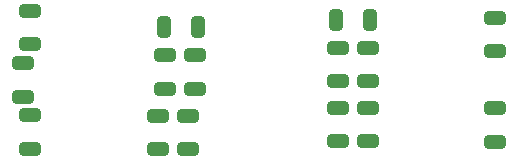
<source format=gbr>
%TF.GenerationSoftware,KiCad,Pcbnew,8.0.5*%
%TF.CreationDate,2024-10-25T13:02:38+02:00*%
%TF.ProjectId,ALIKEY03a,414c494b-4559-4303-9361-2e6b69636164,00*%
%TF.SameCoordinates,Original*%
%TF.FileFunction,Paste,Bot*%
%TF.FilePolarity,Positive*%
%FSLAX46Y46*%
G04 Gerber Fmt 4.6, Leading zero omitted, Abs format (unit mm)*
G04 Created by KiCad (PCBNEW 8.0.5) date 2024-10-25 13:02:38*
%MOMM*%
%LPD*%
G01*
G04 APERTURE LIST*
G04 Aperture macros list*
%AMRoundRect*
0 Rectangle with rounded corners*
0 $1 Rounding radius*
0 $2 $3 $4 $5 $6 $7 $8 $9 X,Y pos of 4 corners*
0 Add a 4 corners polygon primitive as box body*
4,1,4,$2,$3,$4,$5,$6,$7,$8,$9,$2,$3,0*
0 Add four circle primitives for the rounded corners*
1,1,$1+$1,$2,$3*
1,1,$1+$1,$4,$5*
1,1,$1+$1,$6,$7*
1,1,$1+$1,$8,$9*
0 Add four rect primitives between the rounded corners*
20,1,$1+$1,$2,$3,$4,$5,0*
20,1,$1+$1,$4,$5,$6,$7,0*
20,1,$1+$1,$6,$7,$8,$9,0*
20,1,$1+$1,$8,$9,$2,$3,0*%
G04 Aperture macros list end*
%ADD10RoundRect,0.287500X0.612500X-0.287500X0.612500X0.287500X-0.612500X0.287500X-0.612500X-0.287500X0*%
%ADD11RoundRect,0.287500X-0.612500X0.287500X-0.612500X-0.287500X0.612500X-0.287500X0.612500X0.287500X0*%
%ADD12RoundRect,0.287500X0.287500X0.612500X-0.287500X0.612500X-0.287500X-0.612500X0.287500X-0.612500X0*%
G04 APERTURE END LIST*
D10*
%TO.C,R4*%
X95599800Y-74161800D03*
X95599800Y-71311800D03*
%TD*%
D11*
%TO.C,R14*%
X113379800Y-65546800D03*
X113379800Y-68396800D03*
%TD*%
D10*
%TO.C,R12*%
X124174800Y-73526800D03*
X124174800Y-70676800D03*
%TD*%
D11*
%TO.C,R10*%
X96234800Y-66181800D03*
X96234800Y-69031800D03*
%TD*%
D12*
%TO.C,R2*%
X98954800Y-63821800D03*
X96104800Y-63821800D03*
%TD*%
D10*
%TO.C,R7*%
X84169800Y-69716800D03*
X84169800Y-66866800D03*
%TD*%
D11*
%TO.C,R6*%
X84804800Y-71261800D03*
X84804800Y-74111800D03*
%TD*%
%TO.C,R8*%
X110839800Y-70626800D03*
X110839800Y-73476800D03*
%TD*%
D10*
%TO.C,R5*%
X98139800Y-74161800D03*
X98139800Y-71311800D03*
%TD*%
D11*
%TO.C,R13*%
X124174800Y-63006800D03*
X124174800Y-65856800D03*
%TD*%
D12*
%TO.C,R3*%
X113559800Y-63186800D03*
X110709800Y-63186800D03*
%TD*%
D11*
%TO.C,R11*%
X98774800Y-66181800D03*
X98774800Y-69031800D03*
%TD*%
D10*
%TO.C,R1*%
X84804800Y-65271800D03*
X84804800Y-62421800D03*
%TD*%
D11*
%TO.C,R9*%
X113379800Y-70626800D03*
X113379800Y-73476800D03*
%TD*%
%TO.C,R15*%
X110839800Y-65546800D03*
X110839800Y-68396800D03*
%TD*%
M02*

</source>
